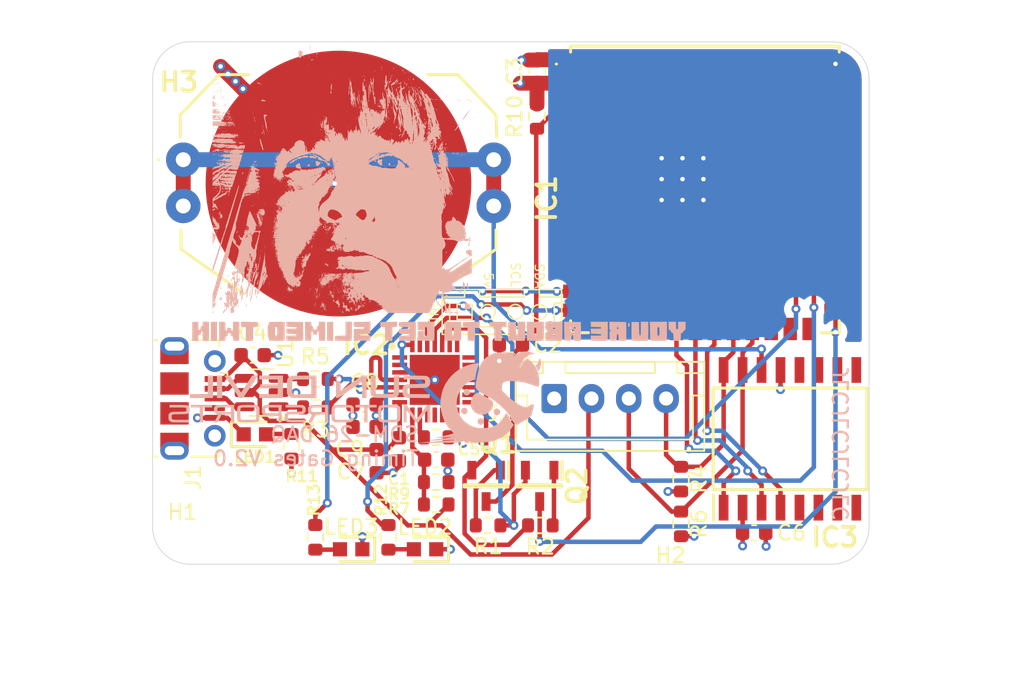
<source format=kicad_pcb>
(kicad_pcb (version 20241229) (generator "pcbnew") (generator_version "9.0")
  (layers (0 "F.Cu" signal) (4 "In1.Cu" signal) (6 "In2.Cu" signal) (2 "B.Cu" signal) (13 "F.Paste" user) (15 "B.Paste" user) (5 "F.SilkS" user "F.Silkscreen") (7 "B.SilkS" user "B.Silkscreen") (1 "F.Mask" user) (3 "B.Mask" user) (25 "Edge.Cuts" user))
  (net 0 "")
  (net 1 "VBUS")
  (net 2 "GND")
  (net 3 "+3.3V")
  (net 4 "/U0TXD")
  (net 5 "/32KHz")
  (net 6 "/U0RXD")
  (net 7 "/I2C1_SCL")
  (net 8 "/I2C1_SDA")
  (net 9 "/RST")
  (net 10 "/CHIP_PU")
  (net 11 "/INT")
  (net 12 "/PROG_D+")
  (net 13 "/PROG_D-")
  (net 14 "/RSTB")
  (net 24 "Net-(Q1-B)")
  (net 25 "/USB_D-")
  (net 26 "/USB_D+")
  (net 27 "Net-(Q2-B)")
  (net 28 "/BOOT")
  (net 29 "Net-(H3-+)")
  (net 30 "Net-(LED1-A)")
  (net 31 "Net-(LED2-A)")
  (net 32 "Net-(LED3-A)")
  (net 33 "/USER_LED1")
  (net 34 "/USER_LED2")
  (net 35 "Net-(IC2-VBUS)")
  (net 67 "Net-(IC2-RTS)")
  (net 73 "Net-(IC2-DTR)")
  (net 89 "Net-(R5-Pad2)")
  (net 90 "Net-(R3-Pad1)")
  (footprint "SDM_MiscFootprint:ESP32S3WROOM1UN8R8" (layer "F.Cu") (at 137 109.89)
    (property "Reference" "IC1")
    (property "Value" "ESP32-S3-WROOM-1U-N8R8" (hide yes))
  )
  (footprint "SDM_MiscFootprint:LEDC1608X80N" (layer "F.Cu") (at 113.3 134 180)
    (property "Reference" "LED3")
    (property "Value" "150060GS75000" (hide yes))
  )
  (footprint "Capacitor_SMD:C_0603_1608Metric" (layer "F.Cu") (at 116.5 127.3 90)
    (property "Reference" "C1")
    (property "Value" "10uF")
  )
  (footprint "Resistor_SMD:R_0603_1608Metric" (layer "F.Cu") (at 125.75 105 -90)
    (property "Reference" "R10")
    (property "Value" "10k")
  )
  (footprint "Resistor_SMD:R_0603_1608Metric" (layer "F.Cu") (at 115.8 133.2 -90)
    (property "Reference" "R12")
    (property "Value" "5.05")
  )
  (footprint "Capacitor_SMD:C_0603_1608Metric" (layer "F.Cu") (at 106.7 120.993839 180)
    (property "Reference" "C4")
    (property "Value" "1uF")
  )
  (footprint "Package_TO_SOT_SMD:SOT-23-6" (layer "F.Cu") (at 107.3 123.5 180)
    (property "Reference" "U1")
    (property "Value" "USBLC6-2SC6")
  )
  (footprint "Resistor_SMD:R_0603_1608Metric" (layer "F.Cu") (at 135.4 129.3 -90)
    (property "Reference" "R4")
    (property "Value" "10k")
  )
  (footprint "Capacitor_SMD:C_0603_1608Metric" (layer "F.Cu") (at 119 128)
    (property "Reference" "C5")
    (property "Value" "1uF")
  )
  (footprint "Capacitor_SMD:C_0603_1608Metric" (layer "F.Cu") (at 114.2 124.3 180)
    (property "Reference" "C8")
    (property "Value" "4.7uF")
  )
  (footprint "Resistor_SMD:R_0603_1608Metric" (layer "F.Cu") (at 119 131)
    (property "Reference" "R7")
    (property "Value" "22.1K")
  )
  (footprint "Connector_USB:USB_Micro-B_Molex-105017-0001" (layer "F.Cu") (at 102.7 123.893839 -90)
    (property "Reference" "J1")
    (property "Value" "ESP_USB")
  )
  (footprint "Resistor_SMD:R_0603_1608Metric" (layer "F.Cu") (at 110.9 124.493839)
    (property "Reference" "R3")
    (property "Value" "27")
  )
  (footprint "Resistor_SMD:R_0603_1608Metric" (layer "F.Cu") (at 122.475 132.4)
    (property "Reference" "R1")
    (property "Value" "10k")
  )
  (footprint "SDM_MiscFootprint:SOT96P237X111-3N" (layer "F.Cu") (at 122.34 129.75 -90)
    (property "Reference" "Q1")
    (property "Value" "MMBT2222LT1G" (hide yes))
  )
  (footprint "Capacitor_SMD:C_0603_1608Metric" (layer "F.Cu") (at 125.75 102 90)
    (property "Reference" "C3")
    (property "Value" "1uF")
  )
  (footprint "SDM_MiscFootprint:LEDC1608X80N" (layer "F.Cu") (at 118.25 134 180)
    (property "Reference" "LED2")
    (property "Value" "150060GS75000" (hide yes))
  )
  (footprint "Capacitor_SMD:C_0603_1608Metric" (layer "F.Cu") (at 114.2 125.8)
    (property "Reference" "C9")
    (property "Value" "10uF")
  )
  (footprint "Resistor_SMD:R_0603_1608Metric" (layer "F.Cu") (at 135.4 132.3 90)
    (property "Reference" "R6")
    (property "Value" "10k")
  )
  (footprint "MountingHole:MountingHole_3.2mm_M3" (layer "F.Cu") (at 106.4 131.5)
    (property "Reference" "H1")
    (property "Value" "M3")
  )
  (footprint "Resistor_SMD:R_0603_1608Metric" (layer "F.Cu") (at 119 129.5)
    (property "Reference" "R9")
    (property "Value" "47.5K")
  )
  (footprint "SDM_MiscFootprint:LEDC1608X80N" (layer "F.Cu") (at 106.85 126.3)
    (property "Reference" "LED1")
    (property "Value" "150060RS75000" (hide yes))
  )
  (footprint "Resistor_SMD:R_0603_1608Metric" (layer "F.Cu") (at 125.975 132.4 180)
    (property "Reference" "R2")
    (property "Value" "10k")
  )
  (footprint "Resistor_SMD:R_0603_1608Metric" (layer "F.Cu") (at 110.9 122.593839 180)
    (property "Reference" "R5")
    (property "Value" "27")
  )
  (footprint "SDM_MiscFootprint:SOIC127P1032X265-16L" (layer "F.Cu") (at 142.7 126.6 90)
    (property "Reference" "IC3")
    (property "Value" "DS3231SN#" (hide yes))
  )
  (footprint "Resistor_SMD:R_0603_1608Metric" (layer "F.Cu") (at 119 126.5)
    (property "Reference" "R8")
    (property "Value" "1k")
  )
  (footprint "Resistor_SMD:R_0603_1608Metric" (layer "F.Cu") (at 110.9 133.2 -90)
    (property "Reference" "R13")
    (property "Value" "5.05")
  )
  (footprint "Capacitor_SMD:C_0603_1608Metric" (layer "F.Cu") (at 115 128.1 -90)
    (property "Reference" "C7")
    (property "Value" "4.7uF")
  )
  (footprint "Connector_JST:JST_XH_B4B-XH-A_1x04_P2.50mm_Vertical" (layer "F.Cu") (at 126.9 123.9)
    (property "Reference" "J2")
    (property "Value" "Conn_01x04_Socket")
  )
  (footprint "Capacitor_SMD:C_0603_1608Metric" (layer "F.Cu") (at 140.3 132.9 180)
    (property "Reference" "C6")
    (property "Value" "1uF")
  )
  (footprint "SDM_MiscFootprint:SOT96P237X111-3N" (layer "F.Cu") (at 125.93 129.75 -90)
    (property "Reference" "Q2")
    (property "Value" "MMBT2222LT1G" (hide yes))
  )
  (footprint "Capacitor_SMD:C_0603_1608Metric" (layer "F.Cu") (at 124 120.3 180)
    (property "Reference" "C2")
    (property "Value" "1uF")
  )
  (footprint "SDM_MiscFootprint:QFN50P500X500X80-29N-D" (layer "F.Cu") (at 118.9 122.65)
    (property "Reference" "IC2")
    (property "Value" "CP2102N-A02-GQFN28" (hide yes))
  )
  (footprint "Resistor_SMD:R_0603_1608Metric" (layer "F.Cu") (at 109.3 127.1 90)
    (property "Reference" "R11")
    (property "Value" "68")
  )
  (footprint "SDM_MiscFootprint:BATHLD001THM" (layer "F.Cu") (at 102.05 107.9)
    (property "Reference" "H3")
    (property "Value" "BAT-HLD-001-THM" (hide yes))
  )
  (footprint "MountingHole:MountingHole_3.2mm_M3" (layer "F.Cu") (at 131.2 131.5)
    (property "Reference" "H2")
    (property "Value" "M3")
  )
  (footprint "LOGO" (layer "B.Cu") (at 119.2 119.4 180)
    (property "Reference" "G***" (hide yes))
    (property "Value" "LOGO" (hide yes))
  )
  (footprint "LOGO" (layer "B.Cu") (at 112.7 109.2 180)
    (property "Reference" "G***" (hide yes))
    (property "Value" "LOGO" (hide yes))
  )
  (footprint "LOGO" (layer "B.Cu") (at 113.5 123.8 180)
    (property "Reference" "G***" (hide yes))
    (property "Value" "LOGO" (hide yes))
  )
  (gr_circle (center 122.45 118.1) (end 122.45 118.6) (stroke (width 0.1)) (fill no) (layer "F.SilkS"))
  (gr_line (start 127.4 117.1) (end 125.9 117.1) (stroke (width 0.1)) (layer "F.SilkS"))
  (gr_line (start 119.9 119.1) (end 119.9 117.5) (stroke (width 0.1)) (layer "F.SilkS"))
  (gr_circle (center 124.3 118.1) (end 124.3 118.6) (stroke (width 0.1)) (fill no) (layer "F.SilkS"))
  (gr_line (start 126.9 117.5) (end 126.9 119.1) (stroke (width 0.1)) (layer "F.SilkS"))
  (gr_line (start 121.9 117.1) (end 124.9 117.1) (stroke (width 0.1)) (layer "F.SilkS"))
  (gr_line (start 124.9 116.6) (end 124.9 117.1) (stroke (width 0.1)) (layer "F.SilkS"))
  (gr_line (start 127.4 116.6) (end 127.4 119.6) (stroke (width 0.1)) (layer "F.SilkS"))
  (gr_line (start 119.4 117.1) (end 120.9 117.1) (stroke (width 0.1)) (layer "F.SilkS"))
  (gr_rect (start 120.4 117.6) (end 121.4 118.6) (stroke (width 0.1)) (fill no) (layer "F.SilkS"))
  (gr_line (start 120.9 117.1) (end 120.9 116.6) (stroke (width 0.1)) (layer "F.SilkS"))
  (gr_circle (center 125.9 118.1) (end 125.9 118.6) (stroke (width 0.1)) (fill no) (layer "F.SilkS"))
  (gr_line (start 120.4 119.1) (end 119.9 119.1) (stroke (width 0.1)) (layer "F.SilkS"))
  (gr_line (start 127.4 119.6) (end 119.4 119.6) (stroke (width 0.1)) (layer "F.SilkS"))
  (gr_line (start 125.9 117.1) (end 125.9 116.6) (stroke (width 0.1)) (layer "F.SilkS"))
  (gr_line (start 121.9 116.6) (end 121.9 117.1) (stroke (width 0.1)) (layer "F.SilkS"))
  (gr_line (start 126.9 119.1) (end 120.4 119.1) (stroke (width 0.1)) (layer "F.SilkS"))
  (gr_line (start 119.4 119.6) (end 119.4 116.6) (stroke (width 0.1)) (layer "F.SilkS"))
  (gr_line (start 127.4 117.5) (end 126.9 117.5) (stroke (width 0.1)) (layer "F.SilkS"))
  (gr_line (start 119.9 117.5) (end 119.4 117.5) (stroke (width 0.1)) (layer "F.SilkS"))
  (gr_line (start 119.4 116.6) (end 127.4 116.6) (stroke (width 0.1)) (layer "F.SilkS"))
  (gr_line (start 145.5 135) (end 102.5 135) (stroke (width 0.05)) (layer "Edge.Cuts"))
  (gr_arc (start 148 132.5) (mid 147.267767 134.267767) (end 145.5 135) (stroke (width 0.05)) (layer "Edge.Cuts"))
  (gr_line (start 100 132.5) (end 100 102.5) (stroke (width 0.05)) (layer "Edge.Cuts"))
  (gr_line (start 148 102.5) (end 148 132.5) (stroke (width 0.05)) (layer "Edge.Cuts"))
  (gr_arc (start 100 102.5) (mid 100.732233 100.732233) (end 102.5 100) (stroke (width 0.05)) (layer "Edge.Cuts"))
  (gr_line (start 102.5 100) (end 145.5 100) (stroke (width 0.05)) (layer "Edge.Cuts"))
  (gr_arc (start 145.5 100) (mid 147.267767 100.732233) (end 148 102.5) (stroke (width 0.05)) (layer "Edge.Cuts"))
  (gr_arc (start 102.5 135) (mid 100.732233 134.267767) (end 100 132.5) (stroke (width 0.05)) (layer "Edge.Cuts"))
  (gr_text "SCL" (at 124.3 115.6 270) (layer "F.SilkS") (effects (font (size 0.6 0.6) (thickness 0.08))))
  (gr_text "GND" (at 118.8 118.1 270) (layer "F.SilkS") (effects (font (size 0.6 0.6) (thickness 0.08))))
  (gr_text "5v" (at 122.5 115.4 270) (layer "F.SilkS") (effects (font (size 0.6 0.6) (thickness 0.08)) (justify left)))
  (gr_text "SDA" (at 125.9 114.8 270) (layer "F.SilkS") (effects (font (size 0.6 0.6) (thickness 0.08)) (justify left)))
  (gr_text "SDM-26 DAQ\nTiming Gates V2.0" (at 117.9 128.5 0) (layer "B.SilkS") (effects (font (size 1 1)) (justify left bottom mirror)))
  (gr_text "JLCJLCJLCJLC" (at 146.7 121.7 90) (layer "B.SilkS") (effects (font (size 1 1)) (justify left bottom mirror)))
  (segment (start 107.176 122.911678) (end 107.176 122.188322) (width 0.3) (layer "F.Cu") (net 1))
  (segment (start 115 127.325) (end 115.7 127.325) (width 0.3) (layer "F.Cu") (net 1))
  (segment (start 105.925 121.412322) (end 104.743483 122.593839) (width 0.3) (layer "F.Cu") (net 1))
  (segment (start 105.981517 120.993839) (end 105.925 120.993839) (width 0.3) (layer "F.Cu") (net 1))
  (segment (start 118.425 132.4) (end 117.1 132.4) (width 0.3) (layer "F.Cu") (net 1))
  (segment (start 107.176 123.851001) (end 107.176 124.811678) (width 0.3) (layer "F.Cu") (net 1))
  (segment (start 119.351 132.4) (end 121.3 134.349) (width 0.3) (layer "F.Cu") (net 1))
  (segment (start 106.824999 123.5) (end 107.176 123.851001) (width 0.3) (layer "F.Cu") (net 1))
  (segment (start 107.176 122.188322) (end 105.981517 120.993839) (width 0.3) (layer "F.Cu") (net 1))
  (segment (start 106.1625 123.5) (end 106.824999 123.5) (width 0.3) (layer "F.Cu") (net 1))
  (segment (start 105.925 121.093839) (end 105.987678 121.093839) (width 0.3) (layer "F.Cu") (net 1))
  (segment (start 118.425 132.4) (end 119.351 132.4) (width 0.3) (layer "F.Cu") (net 1))
  (segment (start 107.176 124.811678) (end 107.764322 125.4) (width 0.3) (layer "F.Cu") (net 1))
  (segment (start 106.1625 123.5) (end 106.587678 123.5) (width 0.3) (layer "F.Cu") (net 1))
  (segment (start 104.743483 122.593839) (end 104.1625 122.593839) (width 0.3) (layer "F.Cu") (net 1))
  (segment (start 105.925 121.093839) (end 105.925 121.306339) (width 0.3) (layer "F.Cu") (net 1))
  (segment (start 112.025 127.325) (end 115 127.325) (width 0.3) (layer "F.Cu") (net 1))
  (segment (start 112.025 127.325) (end 117.1 132.4) (width 0.3) (layer "F.Cu") (net 1))
  (segment (start 126.751 134.349) (end 129.199 131.901) (width 0.3) (layer "F.Cu") (net 1))
  (segment (start 105.925 120.993839) (end 105.925 121.412322) (width 0.3) (layer "F.Cu") (net 1))
  (segment (start 121.3 134.349) (end 126.751 134.349) (width 0.3) (layer "F.Cu") (net 1))
  (segment (start 129.199 124.101) (end 129.4 123.9) (width 0.3) (layer "F.Cu") (net 1))
  (segment (start 116.55 124.15) (end 116.55 126.475) (width 0.3) (layer "F.Cu") (net 1))
  (segment (start 119.825 131) (end 118.425 132.4) (width 0.3) (layer "F.Cu") (net 1))
  (segment (start 115.7 127.325) (end 116.5 126.525) (width 0.3) (layer "F.Cu") (net 1))
  (segment (start 106.587678 123.5) (end 107.176 122.911678) (width 0.3) (layer "F.Cu") (net 1))
  (segment (start 107.764322 125.4) (end 110.1 125.4) (width 0.3) (layer "F.Cu") (net 1))
  (segment (start 110.1 125.4) (end 112.025 127.325) (width 0.3) (layer "F.Cu") (net 1))
  (segment (start 116.55 126.475) (end 116.6 126.525) (width 0.3) (layer "F.Cu") (net 1))
  (segment (start 129.199 131.901) (end 129.199 124.101) (width 0.3) (layer "F.Cu") (net 1))
  (segment (start 134.1 109.2) (end 134.1 107.8) (width 1) (layer "F.Cu") (net 2))
  (segment (start 106.05 103.15) (end 105.55 102.65) (width 1) (layer "F.Cu") (net 2))
  (segment (start 125.75 101.225) (end 125.2 101.225) (width 1) (layer "F.Cu") (net 2))
  (segment (start 125.775 101.2) (end 127.97 101.2) (width 1) (layer "F.Cu") (net 2))
  (segment (start 114.05 134) (end 114.05 133.15) (width 0.3) (layer "F.Cu") (net 2))
  (segment (start 113.425 125.05) (end 113.425 124.3) (width 0.2) (layer "F.Cu") (net 2))
  (segment (start 134.1 109.2) (end 135.5 109.2) (width 1) (layer "F.Cu") (net 2))
  (segment (start 134.1 107.8) (end 135.5 107.8) (width 1) (layer "F.Cu") (net 2))
  (segment (start 105.55 102.65) (end 105.05 102.15) (width 1) (layer "F.Cu") (net 2))
  (segment (start 127.97 101.2) (end 128.25 101.48) (width 1) (layer "F.Cu") (net 2))
  (segment (start 116.55 122.15) (end 118.4 122.15) (width 0.3) (layer "F.Cu") (net 2))
  (segment (start 116.5 128.475) (end 116.1 128.875) (width 0.3) (layer "F.Cu") (net 2))
  (segment (start 108.4375 123.5) (end 109.579668 123.5) (width 0.3) (layer "F.Cu") (net 2))
  (segment (start 104.1625 125.193839) (end 104.993839 125.193839) (width 0.3) (layer "F.Cu") (net 2))
  (segment (start 141.075 132.9) (end 141.075 133.775) (width 0.3) (layer "F.Cu") (net 2))
  (segment (start 136.9 110.6) (end 135.5 110.6) (width 1) (layer "F.Cu") (net 2))
  (segment (start 106.05 103.15) (end 112.4 109.5) (width 1) (layer "F.Cu") (net 2))
  (segment (start 141.075 133.775) (end 141.1 133.8) (width 0.3) (layer "F.Cu") (net 2))
  (segment (start 135.5 107.8) (end 136.9 107.8) (width 1) (layer "F.Cu") (net 2))
  (segment (start 104.993839 125.193839) (end 106.1 126.3) (width 0.3) (layer "F.Cu") (net 2))
  (segment (start 104.1625 125.193839) (end 103.006161 125.193839) (width 0.3) (layer "F.Cu") (net 2))
  (segment (start 103.006161 125.193839) (end 103 125.2) (width 0.3) (layer "F.Cu") (net 2))
  (segment (start 104.55 101.65) (end 105.05 102.15) (width 1) (layer "F.Cu") (net 2))
  (segment (start 109.579668 123.5) (end 109.59374 123.514072) (width 0.3) (layer "F.Cu") (net 2))
  (segment (start 118.4 122.15) (end 118.9 122.65) (width 0.3) (layer "F.Cu") (net 2))
  (segment (start 135.5 109.2) (end 135.5 110.6) (width 1) (layer "F.Cu") (net 2))
  (segment (start 107.475 120.993839) (end 108.393839 120.993839) (width 0.3) (layer "F.Cu") (net 2))
  (segment (start 135.5 109.2) (end 135.5 107.8) (width 1) (layer "F.Cu") (net 2))
  (segment (start 119.775 128.7) (end 119.775 129.45) (width 0.3) (layer "F.Cu") (net 2))
  (segment (start 112.4 109.5) (end 112.45 109.5) (width 1) (layer "F.Cu") (net 2))
  (segment (start 116.5 128.075) (end 116.5 128.475) (width 0.3) (layer "F.Cu") (net 2))
  (segment (start 136.9 107.8) (end 136.9 109.2) (width 1) (layer "F.Cu") (net 2))
  (segment (start 125.75 101.225) (end 125.775 101.2) (width 1) (layer "F.Cu") (net 2))
  (segment (start 123.225 120.3) (end 123.225 121.375) (width 0.3) (layer "F.Cu") (net 2))
  (segment (start 136.9 109.2) (end 136.9 110.6) (width 1) (layer "F.Cu") (net 2))
  (segment (start 116.1 128.875) (end 115 128.875) (width 0.3) (layer "F.Cu") (net 2))
  (segment (start 135.5 110.6) (end 134.1 110.6) (width 1) (layer "F.Cu") (net 2))
  (segment (start 108.393839 120.993839) (end 108.4 121) (width 0.3) (layer "F.Cu") (net 2))
  (segment (start 119 134) (end 119.95 134) (width 0.3) (layer "F.Cu") (net 2))
  (segment (start 119.775 129.45) (end 119.825 129.5) (width 0.3) (layer "F.Cu") (net 2))
  (segment (start 119.775 128) (end 119.775 128.7) (width 0.3) (layer "F.Cu") (net 2))
  (segment (start 113.425 125.8) (end 113.425 125.05) (width 0.2) (layer "F.Cu") (net 2))
  (segment (start 134.1 110.6) (end 134.1 109.2) (width 1) (layer "F.Cu") (net 2))
  (segment (start 142.065 121.988) (end 142.065 123.3) (width 0.3) (layer "F.Cu") (net 2))
  (segment (start 135.5 109.2) (end 136.9 109.2) (width 1) (layer "F.Cu") (net 2))
  (via (at 116.1 128.875) (size 0.6) (drill 0.3) (layers "F.Cu" "B.Cu") (net 2))
  (via (at 106.05 103.15) (size 0.6) (drill 0.3) (layers "F.Cu" "B.Cu") (net 2))
  (via (at 134.1 109.2) (size 0.6) (drill 0.3) (layers "F.Cu" "B.Cu") (net 2))
  (via (at 112.2 109.5) (size 0.6) (drill 0.3) (layers "F.Cu" "B.Cu") (net 2))
  (via (at 145.75 101.48) (size 0.6) (drill 0.3) (layers "F.Cu" "B.Cu") (net 2))
  (via (at 103 125.2) (size 0.6) (drill 0.3) (layers "F.Cu" "B.Cu") (net 2))
  (via (at 134.1 110.6) (size 0.6) (drill 0.3) (layers "F.Cu" "B.Cu") (net 2))
  (via (at 135.5 110.6) (size 0.6) (drill 0.3) (layers "F.Cu" "B.Cu") (net 2))
  (via (at 134.1 107.8) (size 0.6) (drill 0.3) (layers "F.Cu" "B.Cu") (net 2))
  (via (at 142.065 123.3) (size 0.6) (drill 0.3) (layers "F.Cu" "B.Cu") (net 2))
  (via (at 114.05 133.15) (size 0.6) (drill 0.3) (layers "F.Cu" "B.Cu") (net 2))
  (via (at 119.775 128.75) (size 0.6) (drill 0.3) (layers "F.Cu" "B.Cu") (net 2))
  (via (at 136.9 109.2) (size 0.6) (drill 0.3) (layers "F.Cu" "B.Cu") (net 2))
  (via (at 105.05 102.15) (size 0.6) (drill 0.3) (layers "F.Cu" "B.Cu") (net 2))
  (via (at 135.5 109.2) (size 0.6) (drill 0.3) (layers "F.Cu" "B.Cu") (net 2))
  (via (at 108.4 121) (size 0.6) (drill 0.3) (layers "F.Cu" "B.Cu") (net 2))
  (via (at 105.55 102.65) (size 0.6) (drill 0.3) (layers "F.Cu" "B.Cu") (net 2))
  (via (at 135.5 107.8) (size 0.6) (drill 0.3) (layers "F.Cu" "B.Cu") (net 2))
  (via (at 104.55 101.65) (size 0.6) (drill 0.3) (layers "F.Cu" "B.Cu") (net 2))
  (via (at 123.225 121.375) (size 0.6) (drill 0.3) (layers "F.Cu" "B.Cu") (net 2))
  (via (at 119.95 134) (size 0.6) (drill 0.3) (layers "F.Cu" "B.Cu") (net 2))
  (via (at 136.9 110.6) (size 0.6) (drill 0.3) (layers "F.Cu" "B.Cu") (net 2))
  (via (at 136.9 107.8) (size 0.6) (drill 0.3) (layers "F.Cu" "B.Cu") (net 2))
  (via (at 118.9 122.65) (size 0.6) (drill 0.3) (layers "F.Cu" "B.Cu") (net 2))
  (via (at 124.725 101.225) (size 0.6) (drill 0.3) (layers "F.Cu" "B.Cu") (net 2))
  (via (at 113.425 125.05) (size 0.6) (drill 0.3) (layers "F.Cu" "B.Cu") (net 2))
  (via (at 109.59374 123.514072) (size 0.6) (drill 0.3) (layers "F.Cu" "B.Cu") (net 2))
  (via (at 141.1 133.8) (size 0.6) (drill 0.3) (layers "F.Cu" "B.Cu") (net 2))
  (segment (start 125.75 102.775) (end 124.625 102.775) (width 1) (layer "F.Cu") (net 3))
  (segment (start 139.525 132.9) (end 139.525 133.775) (width 0.3) (layer "F.Cu") (net 3))
  (segment (start 135.4 130.125) (end 134.525 130.125) (width 0.3) (layer "F.Cu") (net 3))
  (segment (start 114.975 125.8) (end 114.975 125.1) (width 0.2) (layer "F.Cu") (net 3))
  (segment (start 109.3 127.925) (end 109.3 128.9) (width 0.3) (layer "F.Cu") (net 3))
  (segment (start 139.525 131.212) (end 139.525 132.9) (width 0.3) (layer "F.Cu") (net 3))
  (segment (start 114.975 125.1) (end 114.975 124.3) (width 0.2) (layer "F.Cu") (net 3))
  (segment (start 114.975 125.8) (end 114.975 125.825) (width 0.2) (layer "F.Cu") (net 3))
  (segment (start 115.625 123.65) (end 114.975 124.3) (width 0.3) (layer "F.Cu") (net 3))
  (segment (start 120.4 126.5) (end 120.8 126.9) (width 0.3) (layer "F.Cu") (net 3))
  (segment (start 116.55 123.65) (end 115.625 123.65) (width 0.3) (layer "F.Cu") (net 3))
  (segment (start 125.75 102.775) (end 125.75 104.175) (width 1) (layer "F.Cu") (net 3))
  (segment (start 135.4 133.125) (end 136.275 133.125) (width 0.3) (layer "F.Cu") (net 3))
  (segment (start 119.825 126.5) (end 120.4 126.5) (width 0.3) (layer "F.Cu") (net 3))
  (segment (start 125.75 102.775) (end 128.225 102.775) (width 1) (layer "F.Cu") (net 3))
  (segment (start 128.225 102.775) (end 128.25 102.75) (width 1) (layer "F.Cu") (net 3))
  (via (at 139.525 133.775) (size 0.6) (drill 0.3) (layers "F.Cu" "B.Cu") (net 3))
  (via (at 134.525 130.125) (size 0.6) (drill 0.3) (layers "F.Cu" "B.Cu") (net 3))
  (via (at 136.275 133.125) (size 0.6) (drill 0.3) (layers "F.Cu" "B.Cu") (net 3))
  (via (at 120.8 126.9) (size 0.6) (drill 0.3) (layers "F.Cu" "B.Cu") (net 3))
  (via (at 114.975 125.05) (size 0.6) (drill 0.3) (layers "F.Cu" "B.Cu") (net 3))
  (via (at 109.3 128.9) (size 0.6) (drill 0.3) (layers "F.Cu" "B.Cu") (net 3))
  (via (at 124.625 102.775) (size 0.6) (drill 0.3) (layers "F.Cu" "B.Cu") (net 3))
  (segment (start 143.1 106.89) (end 144.7 105.29) (width 0.3) (layer "F.Cu") (net 4))
  (segment (start 143.1 117.9) (end 143.1 106.89) (width 0.3) (layer "F.Cu") (net 4))
  (segment (start 118.9 120.3) (end 118.9 119.3) (width 0.3) (layer "F.Cu") (net 4))
  (segment (start 144.7 105.29) (end 145.75 105.29) (width 0.3) (layer "F.Cu") (net 4))
  (segment (start 119.7 118.5) (end 122.37 118.5) (width 0.3) (layer "F.Cu") (net 4))
  (segment (start 118.9 119.3) (end 119.7 118.5) (width 0.3) (layer "F.Cu") (net 4))
  (via (at 143.1 117.9) (size 0.6) (drill 0.3) (layers "F.Cu" "B.Cu") (net 4))
  (via (at 122.37 118.5) (size 0.6) (drill 0.3) (layers "F.Cu" "B.Cu") (net 4))
  (segment (start 124.1 120.23) (end 122.37 118.5) (width 0.3) (layer "B.Cu") (net 4))
  (segment (start 143.1 117.9) (end 143.1 119.189998) (width 0.3) (layer "B.Cu") (net 4))
  (segment (start 124.1 124.2) (end 124.1 120.23) (width 0.3) (layer "B.Cu") (net 4))
  (segment (start 143.1 119.189998) (end 135.689998 126.6) (width 0.3) (layer "B.Cu") (net 4))
  (segment (start 126.5 126.6) (end 124.1 124.2) (width 0.3) (layer "B.Cu") (net 4))
  (segment (start 135.689998 126.6) (end 126.5 126.6) (width 0.3) (layer "B.Cu") (net 4))
  (segment (start 138.255 129.564238) (end 139.069238 128.75) (width 0.3) (layer "F.Cu") (net 5))
  (segment (start 135.095 120.995) (end 135.095 119.24) (width 0.3) (layer "F.Cu") (net 5))
  (segment (start 135.930859 127.230859) (end 135.8 127.1) (width 0.3) (layer "F.Cu") (net 5))
  (segment (start 135.8 127.1) (end 135.8 121.7) (width 0.3) (layer "F.Cu") (net 5))
  (segment (start 135.8 121.7) (end 135.095 120.995) (width 0.3) (layer "F.Cu") (net 5))
  (segment (start 138.255 131.212) (end 138.255 129.564238) (width 0.3) (layer "F.Cu") (net 5))
  (segment (start 135.930859 127.268821) (end 135.930859 127.230859) (width 0.3) (layer "F.Cu") (net 5))
  (via (at 135.930859 127.268821) (size 0.6) (drill 0.3) (layers "F.Cu" "B.Cu") (net 5))
  (via (at 139.069238 128.75) (size 0.6) (drill 0.3) (layers "F.Cu" "B.Cu") (net 5))
  (segment (start 136.062038 127.4) (end 137.7 127.4) (width 0.3) (layer "B.Cu") (net 5))
  (segment (start 135.930859 127.268821) (end 136.062038 127.4) (width 0.3) (layer "B.Cu") (net 5))
  (segment (start 137.7 127.4) (end 139.05 128.75) (width 0.3) (layer "B.Cu") (net 5))
  (segment (start 139.05 128.75) (end 139.069238 128.75) (width 0.3) (layer "B.Cu") (net 5))
  (segment (start 119.700003 117.699997) (end 118.4 119) (width 0.3) (layer "F.Cu") (net 6))
  (segment (start 145.118 106.56) (end 145.75 106.56) (width 0.3) (layer "F.Cu") (net 6))
  (segment (start 144.3 117.8) (end 144.3 107.378) (width 0.3) (layer "F.Cu") (net 6))
  (segment (start 120.8 117.699997) (end 119.700003 117.699997) (width 0.3) (layer "F.Cu") (net 6))
  (segment (start 118.4 119) (end 118.4 120.3) (width 0.3) (layer "F.Cu") (net 6))
  (segment (start 144.3 107.378) (end 145.118 106.56) (width 0.3) (layer "F.Cu") (net 6))
  (via (at 144.3 117.8) (size 0.6) (drill 0.3) (layers "F.Cu" "B.Cu") (net 6))
  (via (at 120.8 117.699997) (size 0.6) (drill 0.3) (layers "F.Cu" "B.Cu") (net 6))
  (segment (start 124.7 127.4) (end 130.129841 127.4) (width 0.3) (layer "B.Cu") (net 6))
  (segment (start 120.8 117.699997) (end 120.999997 117.699997) (width 0.3) (layer "B.Cu") (net 6))
  (segment (start 121.719 118.419) (end 121.719 124.419) (width 0.3) (layer "B.Cu") (net 6))
  (segment (start 121.719 124.419) (end 124.7 127.4) (width 0.3) (layer "B.Cu") (net 6))
  (segment (start 132.129841 129.4) (end 143.4 129.4) (width 0.3) (layer "B.Cu") (net 6))
  (segment (start 144.3 128.5) (end 144.3 117.8) (width 0.3) (layer "B.Cu") (net 6))
  (segment (start 130.129841 127.4) (end 132.129841 129.4) (width 0.3) (layer "B.Cu") (net 6))
  (segment (start 120.999997 117.699997) (end 121.719 118.419) (width 0.3) (layer "B.Cu") (net 6))
  (segment (start 143.4 129.4) (end 144.3 128.5) (width 0.3) (layer "B.Cu") (net 6))
  (segment (start 139.525 121.988) (end 139.525 120.8255) (width 0.3) (layer "F.Cu") (net 7))
  (segment (start 139.525 120.8255) (end 140.175 120.1755) (width 0.3) (layer "F.Cu") (net 7))
  (segment (start 135.4 131.475) (end 134.775 131.475) (width 0.3) (layer "F.Cu") (net 7))
  (segment (start 134.775 131.475) (end 131.9 128.6) (width 0.3) (layer "F.Cu") (net 7))
  (segment (start 131.9 128.6) (end 131.9 123.9) (width 0.3) (layer "F.Cu") (net 7))
  (segment (start 140.175 120.1755) (end 140.175 119.24) (width 0.3) (layer "F.Cu") (net 7))
  (segment (start 135.425 131.475) (end 139.525 127.375) (width 0.3) (layer "F.Cu") (net 7))
  (segment (start 139.525 127.375) (end 139.525 121.988) (width 0.3) (layer "F.Cu") (net 7))
  (segment (start 135.4 131.475) (end 135.425 131.475) (width 0.3) (layer "F.Cu") (net 7))
  (segment (start 138.905 120.8005) (end 138.905 119.24) (width 0.3) (layer "F.Cu") (net 8))
  (segment (start 135.4 128.475) (end 135.2 128.475) (width 0.3) (layer "F.Cu") (net 8))
  (segment (start 135.2 128.475) (end 134.4 127.675) (width 0.3) (layer "F.Cu") (net 8))
  (segment (start 138.255 126.945) (end 138.255 121.988) (width 0.3) (layer "F.Cu") (net 8))
  (segment (start 138.255 121.4505) (end 138.905 120.8005) (width 0.3) (layer "F.Cu") (net 8))
  (segment (start 136.725 128.475) (end 138.255 126.945) (width 0.3) (layer "F.Cu") (net 8))
  (segment (start 134.4 123.9) (end 134.4 127.675) (width 0.3) (layer "F.Cu") (net 8))
  (segment (start 135.4 128.475) (end 136.725 128.475) (width 0.3) (layer "F.Cu") (net 8))
  (segment (start 138.255 121.988) (end 138.255 121.4505) (width 0.3) (layer "F.Cu") (net 8))
  (segment (start 142.065 131.212) (end 142.065 129.945759) (width 0.3) (layer "F.Cu") (net 9))
  (segment (start 142.065 129.945759) (end 140.869241 128.75) (width 0.3) (layer "F.Cu") (net 9))
  (segment (start 137.151303 126.057934) (end 137.151303 120.773697) (width 0.3) (layer "F.Cu") (net 9))
  (segment (start 137.635 120.29) (end 137.635 119.24) (width 0.3) (layer "F.Cu") (net 9))
  (segment (start 137.151303 120.773697) (end 137.635 120.29) (width 0.3) (layer "F.Cu") (net 9))
  (via (at 140.869241 128.75) (size 0.6) (drill 0.3) (layers "F.Cu" "B.Cu") (net 9))
  (via (at 137.151303 126.057934) (size 0.6) (drill 0.3) (layers "F.Cu" "B.Cu") (net 9))
  (segment (start 138.177175 126.057934) (end 137.151303 126.057934) (width 0.3) (layer "B.Cu") (net 9))
  (segment (start 140.869241 128.75) (end 138.177175 126.057934) (width 0.3) (layer "B.Cu") (net 9))
  (segment (start 123 130.8) (end 123.699 130.101) (width 0.3) (layer "F.Cu") (net 10))
  (segment (start 124.1 129.69148) (end 124.1 120.975) (width 0.3) (layer "F.Cu") (net 10))
  (segment (start 124.1 120.975) (end 124.775 120.3) (width 0.3) (layer "F.Cu") (net 10))
  (segment (start 122.34 130.8) (end 122.401 130.861) (width 0.3) (layer "F.Cu") (net 10))
  (segment (start 127.555 104.02) (end 128.25 104.02) (width 0.3) (layer "F.Cu") (net 10))
  (segment (start 123.699 130.101) (end 123.699 130.092479) (width 0.3) (layer "F.Cu") (net 10))
  (segment (start 125.7 119.375) (end 125.7 105.875) (width 0.3) (layer "F.Cu") (net 10))
  (segment (start 124.775 120.3) (end 125.7 119.375) (width 0.3) (layer "F.Cu") (net 10))
  (segment (start 123.699 130.092479) (end 124.1 129.69148) (width 0.3) (layer "F.Cu") (net 10))
  (segment (start 125.7 105.875) (end 125.75 105.825) (width 0.3) (layer "F.Cu") (net 10))
  (segment (start 122.34 130.8) (end 123 130.8) (width 0.3) (layer "F.Cu") (net 10))
  (segment (start 125.75 105.825) (end 127.555 104.02) (width 0.3) (layer "F.Cu") (net 10))
  (segment (start 136.365 126.571628) (end 136.365 119.24) (width 0.3) (layer "F.Cu") (net 11))
  (segment (start 136.501305 126.707933) (end 136.365 126.571628) (width 0.3) (layer "F.Cu") (net 11))
  (segment (start 140.795 131.212) (end 140.795 129.675759) (width 0.3) (layer "F.Cu") (net 11))
  (segment (start 140.795 129.675759) (end 139.869241 128.75) (width 0.3) (layer "F.Cu") (net 11))
  (via (at 136.501305 126.707933) (size 0.6) (drill 0.3) (layers "F.Cu" "B.Cu") (net 11))
  (via (at 139.869241 128.75) (size 0.6) (drill 0.3) (layers "F.Cu" "B.Cu") (net 11))
  (segment (start 139.869241 128.75) (end 139.869241 128.569241) (width 0.3) (layer "B.Cu") (net 11))
  (segment (start 139.869241 128.569241) (end 138.007933 126.707933) (width 0.3) (layer "B.Cu") (net 11))
  (segment (start 138.007933 126.707933) (end 136.501305 126.707933) (width 0.3) (layer "B.Cu") (net 11))
  (segment (start 112.647034 123.571805) (end 111.725 124.493839) (width 0.3) (layer "F.Cu") (net 12))
  (segment (start 112.649599 123.569238) (end 112.647034 123.571805) (width 0.3) (layer "F.Cu") (net 12))
  (segment (start 113.568839 122.65) (end 112.649599 123.569238) (width 0.3) (layer "F.Cu") (net 12))
  (segment (start 114.410912 122.65) (end 114.290912 122.65) (width 0.3) (layer "F.Cu") (net 12))
  (segment (start 115.250912 122.41) (end 115.250912 121.39) (width 0.3) (layer "F.Cu") (net 12))
  (segment (start 115.010912 121.15) (end 114.890912 121.15) (width 0.3) (layer "F.Cu") (net 12))
  (segment (start 116.55 122.65) (end 115.490912 122.65) (width 0.3) (layer "F.Cu") (net 12))
  (segment (start 114.650912 121.39) (end 114.650912 122.41) (width 0.3) (layer "F.Cu") (net 12))
  (segment (start 114.290912 122.65) (end 113.568839 122.65) (width 0.3) (layer "F.Cu") (net 12))
  (arc (start 114.890912 121.15) (mid 114.721206 121.220294) (end 114.650912 121.39) (width 0.3) (layer "F.Cu") (net 12))
  (arc (start 115.490912 122.65) (mid 115.321206 122.579706) (end 115.250912 122.41) (width 0.3) (layer "F.Cu") (net 12))
  (arc (start 114.650912 122.41) (mid 114.580618 122.579706) (end 114.410912 122.65) (width 0.3) (layer "F.Cu") (net 12))
  (arc (start 115.250912 121.39) (mid 115.180618 121.220294) (end 115.010912 121.15) (width 0.3) (layer "F.Cu") (net 12))
  (segment (start 111.725 122.593839) (end 112.493839 122.593839) (width 0.3) (layer "F.Cu") (net 13))
  (segment (start 112.493839 122.593839) (end 112.5 122.6) (width 0.3) (layer "F.Cu") (net 13))
  (segment (start 116.55 123.15) (end 114.069039 123.15) (width 0.3) (layer "F.Cu") (net 13))
  (segment (start 114.069039 123.15) (end 113.919039 123.3) (width 0.3) (layer "F.Cu") (net 13))
  (via (at 112.5 122.6) (size 0.6) (drill 0.3) (layers "F.Cu" "B.Cu") (net 13))
  (via (at 113.919039 123.3) (size 0.6) (drill 0.3) (layers "F.Cu" "B.Cu") (net 13))
  (segment (start 113.219039 122.6) (end 113.919039 123.3) (width 0.3) (layer "B.Cu") (net 13))
  (segment (start 112.5 122.6) (end 113.219039 122.6) (width 0.3) (layer "B.Cu") (net 13))
  (segment (start 117.9 126.225) (end 118.175 126.5) (width 0.3) (layer "F.Cu") (net 14))
  (segment (start 117.9 125) (end 117.9 126.225) (width 0.3) (layer "F.Cu") (net 14))
  (segment (start 123.295 128.7) (end 122.9 128.7) (width 0.3) (layer "F.Cu") (net 24))
  (segment (start 122.9 128.7) (end 121.65 129.95) (width 0.3) (layer "F.Cu") (net 24))
  (segment (start 121.65 129.95) (end 121.65 132.4) (width 0.3) (layer "F.Cu") (net 24))
  (segment (start 105.043483 123.243839) (end 105.737322 122.55) (width 0.3) (layer "F.Cu") (net 25))
  (segment (start 105.737322 122.65) (end 106.1625 122.65) (width 0.3) (layer "F.Cu") (net 25))
  (segment (start 104.1625 123.243839) (end 105.043483 123.243839) (width 0.3) (layer "F.Cu") (net 25))
  (segment (start 105.737322 122.55) (end 106.1625 122.55) (width 0.3) (layer "F.Cu") (net 25))
  (segment (start 104.893839 123.893839) (end 105.45 124.45) (width 0.3) (layer "F.Cu") (net 26))
  (segment (start 105.45 124.45) (end 106.1625 124.45) (width 0.3) (layer "F.Cu") (net 26))
  (segment (start 104.1625 123.893839) (end 104.893839 123.893839) (width 0.3) (layer "F.Cu") (net 26))
  (segment (start 126.885 128.7) (end 126.885 132.315) (width 0.3) (layer "F.Cu") (net 27))
  (segment (start 126.885 132.315) (end 126.8 132.4) (width 0.3) (layer "F.Cu") (net 27))
  (segment (start 145.75 117.99) (end 145.75 119.45) (width 0.3) (layer "F.Cu") (net 28))
  (segment (start 125.93 130.8) (end 125.93 133.47) (width 0.3) (layer "F.Cu") (net 28))
  (via (at 125.93 133.47) (size 0.6) (drill 0.3) (layers "F.Cu" "B.Cu") (net 28))
  (via (at 145.75 119.45) (size 0.6) (drill 0.3) (layers "F.Cu" "B.Cu") (net 28))
  (segment (start 145.75 119.45) (end 145.75 130.15) (width 0.3) (layer "B.Cu") (net 28))
  (segment (start 125.961 133.501) (end 125.93 133.47) (width 0.3) (layer "B.Cu") (net 28))
  (segment (start 145.75 130.15) (end 143.426 132.474) (width 0.3) (layer "B.Cu") (net 28))
  (segment (start 133.726 132.474) (end 132.699 133.501) (width 0.3) (layer "B.Cu") (net 28))
  (segment (start 132.699 133.501) (end 125.961 133.501) (width 0.3) (layer "B.Cu") (net 28))
  (segment (start 143.426 132.474) (end 133.726 132.474) (width 0.3) (layer "B.Cu") (net 28))
  (segment (start 140.795 121.988) (end 140.795 120.595) (width 0.3) (layer "F.Cu") (net 29))
  (segment (start 102.05 107.9) (end 102.05 111) (width 1) (layer "F.Cu") (net 29))
  (segment (start 140.795 120.595) (end 140.785379 120.585379) (width 0.3) (layer "F.Cu") (net 29))
  (segment (start 122.85 111) (end 122.85 107.9) (width 1) (layer "F.Cu") (net 29))
  (via (at 140.785379 120.585379) (size 0.6) (drill 0.3) (layers "F.Cu" "B.Cu") (net 29))
  (segment (start 126 120.6) (end 122.85 117.45) (width 0.3) (layer "B.Cu") (net 29))
  (segment (start 140.770758 120.6) (end 126 120.6) (width 0.3) (layer "B.Cu") (net 29))
  (segment (start 102.05 107.9) (end 122.85 107.9) (width 1) (layer "B.Cu") (net 29))
  (segment (start 140.785379 120.585379) (end 140.770758 120.6) (width 0.3) (layer "B.Cu") (net 29))
  (segment (start 122.85 117.45) (end 122.85 111.2) (width 0.3) (layer "B.Cu") (net 29))
  (segment (start 109.3 126.275) (end 107.625 126.275) (width 0.3) (layer "F.Cu") (net 30))
  (segment (start 107.625 126.275) (end 107.6 126.3) (width 0.3) (layer "F.Cu") (net 30))
  (segment (start 115.825 134) (end 115.8 134.025) (width 0.3) (layer "F.Cu") (net 31))
  (segment (start 117.5 134) (end 115.825 134) (width 0.3) (layer "F.Cu") (net 31))
  (segment (start 112.525 134.025) (end 112.55 134) (width 0.3) (layer "F.Cu") (net 32))
  (segment (start 110.9 134.025) (end 112.525 134.025) (width 0.3) (layer "F.Cu") (net 32))
  (segment (start 127.01 117.99) (end 127 118) (width 0.3) (layer "F.Cu") (net 33))
  (segment (start 114.4 130.8) (end 114.4 131.4) (width 0.3) (layer "F.Cu") (net 33))
  (segment (start 128.25 117.99) (end 127.01 117.99) (width 0.3) (layer "F.Cu") (net 33))
  (segment (start 125.05 118) (end 124.65 117.6) (width 0.3) (layer "F.Cu") (net 33))
  (segment (start 124.65 117.6) (end 122 117.6) (width 0.3) (layer "F.Cu") (net 33))
  (segment (start 115.375 132.375) (end 115.8 132.375) (width 0.3) (layer "F.Cu") (net 33))
  (segment (start 114.4 131.4) (end 115.375 132.375) (width 0.3) (layer "F.Cu") (net 33))
  (via (at 122 117.6) (size 0.6) (drill 0.3) (layers "F.Cu" "B.Cu") (net 33))
  (via (at 114.4 130.8) (size 0.6) (drill 0.3) (layers "F.Cu" "B.Cu") (net 33))
  (via (at 125.05 118) (size 0.6) (drill 0.3) (layers "F.Cu" "B.Cu") (net 33))
  (via (at 127 118) (size 0.6) (drill 0.3) (layers "F.Cu" "B.Cu") (net 33))
  (segment (start 121.448997 117.048997) (end 122 117.6) (width 0.3) (layer "B.Cu") (net 33))
  (segment (start 114.4 129.654346) (end 115.626 128.428346) (width 0.3) (layer "B.Cu") (net 33))
  (segment (start 114.4 130.8) (end 114.4 129.654346) (width 0.3) (layer "B.Cu") (net 33))
  (segment (start 127 118) (end 125.05 118) (width 0.3) (layer "B.Cu") (net 33))
  (segment (start 115.626 120.453346) (end 119.030349 117.048997) (width 0.3) (layer "B.Cu") (net 33))
  (segment (start 119.030349 117.048997) (end 121.448997 117.048997) (width 0.3) (layer "B.Cu") (net 33))
  (segment (start 115.626 128.428346) (end 115.626 120.453346) (width 0.3) (layer "B.Cu") (net 33))
  (segment (start 128.25 116.72) (end 127.08 116.72) (width 0.3) (layer "F.Cu") (net 34))
  (segment (start 110.9 132.375) (end 110.9 131.7) (width 0.3) (layer "F.Cu") (net 34))
  (segment (start 110.9 131.7) (end 111.7 130.9) (width 0.3) (layer "F.Cu") (net 34))
  (segment (start 125 116.7) (end 122.1 116.7) (width 0.3) (layer "F.Cu") (net 34))
  (via (at 125 116.7) (size 0.6) (drill 0.3) (layers "F.Cu" "B.Cu") (net 34))
  (via (at 122.1 116.7) (size 0.6) (drill 0.3) (layers "F.Cu" "B.Cu") (net 34))
  (via (at 111.7 130.9) (size 0.6) (drill 0.3) (layers "F.Cu" "B.Cu") (net 34))
  (via (at 127.08 116.72) (size 0.6) (drill 0.3) (layers "F.Cu" "B.Cu") (net 34))
  (segment (start 125.02 116.72) (end 125 116.7) (width 0.3) (layer "B.Cu") (net 34))
  (segment (start 117.631349 116.547997) (end 121.947997 116.547997) (width 0.3) (layer "B.Cu") (net 34))
  (segment (start 111.7 130.9) (end 111.7 122.479346) (width 0.3) (layer "B.Cu") (net 34))
  (segment (start 127.08 116.72) (end 125.02 116.72) (width 0.3) (layer "B.Cu") (net 34))
  (segment (start 111.7 122.479346) (end 117.631349 116.547997) (width 0.3) (layer "B.Cu") (net 34))
  (segment (start 121.947997 116.547997) (end 122.1 116.7) (width 0.3) (layer "B.Cu") (net 34))
  (segment (start 118.175 129.5) (end 118.175 128.05) (width 0.3) (layer "F.Cu") (net 35))
  (segment (start 118.225 128) (end 117.399 127.174) (width 0.3) (layer "F.Cu") (net 35))
  (segment (start 118.175 128.05) (end 118.225 128) (width 0.3) (layer "F.Cu") (net 35))
  (segment (start 118.175 131) (end 118.175 129.5) (width 0.3) (layer "F.Cu") (net 35))
  (segment (start 117.399 127.174) (end 117.399 125) (width 0.3) (layer "F.Cu") (net 35))
  (segment (start 120.899 129.186) (end 120.899 132.947) (width 0.3) (layer "F.Cu") (net 67))
  (segment (start 121.7 119.2) (end 119.8 119.2) (width 0.3) (layer "F.Cu") (net 67))
  (segment (start 121.652 133.7) (end 123.85 133.7) (width 0.3) (layer "F.Cu") (net 67))
  (segment (start 122.34 127.745) (end 122.34 119.84) (width 0.3) (layer "F.Cu") (net 67))
  (segment (start 121.385 128.7) (end 122.34 127.745) (width 0.3) (layer "F.Cu") (net 67))
  (segment (start 120.899 132.947) (end 121.652 133.7) (width 0.3) (layer "F.Cu") (net 67))
  (segment (start 119.4 120.3) (end 119.4 119.6) (width 0.3) (layer "F.Cu") (net 67))
  (segment (start 121.385 128.7) (end 120.899 129.186) (width 0.3) (layer "F.Cu") (net 67))
  (segment (start 123.85 133.7) (end 125.15 132.4) (width 0.3) (layer "F.Cu") (net 67))
  (segment (start 122.34 119.84) (end 121.7 119.2) (width 0.3) (layer "F.Cu") (net 67))
  (segment (start 119.4 119.6) (end 119.8 119.2) (width 0.3) (layer "F.Cu") (net 67))
  (segment (start 117.4 120.3) (end 116.7 120.3) (width 0.3) (layer "F.Cu") (net 73))
  (segment (start 124.2 132.4) (end 124.2 130.3) (width 0.3) (layer "F.Cu") (net 73))
  (segment (start 124.2 130.3) (end 124.975 129.525) (width 0.3) (layer "F.Cu") (net 73))
  (segment (start 123.3 132.4) (end 124.2 132.4) (width 0.3) (layer "F.Cu") (net 73))
  (segment (start 124.975 129.525) (end 124.975 128.7) (width 0.3) (layer "F.Cu") (net 73))
  (via (at 116.7 120.3) (size 0.6) (drill 0.3) (layers "F.Cu" "B.Cu") (net 73))
  (via (at 124.2 132.4) (size 0.6) (drill 0.3) (layers "F.Cu" "B.Cu") (net 73))
  (segment (start 124.2 132.4) (end 123.3 131.5) (width 0.3) (layer "B.Cu") (net 73))
  (segment (start 123.3 131.5) (end 123.3 128.2) (width 0.3) (layer "B.Cu") (net 73))
  (segment (start 116.7 121.6) (end 116.7 120.3) (width 0.3) (layer "B.Cu") (net 73))
  (segment (start 123.3 128.2) (end 116.7 121.6) (width 0.3) (layer "B.Cu") (net 73))
  (segment (start 108.4875 122.593839) (end 108.4375 122.643839) (width 0.3) (layer "F.Cu") (net 89))
  (segment (start 110.075 122.593839) (end 108.4875 122.593839) (width 0.3) (layer "F.Cu") (net 89))
  (segment (start 108.4875 124.493839) (end 108.4375 124.543839) (width 0.3) (layer "F.Cu") (net 90))
  (segment (start 110.075 124.493839) (end 108.4875 124.493839) (width 0.3) (layer "F.Cu") (net 90))
  (zone (net 2) (net_name "GND") (layers "F.Cu" "B.Cu" "In1.Cu" "In2.Cu") (priority 5) (connect_pads yes (clearance 0.5)) (min_thickness 0.25) (fill yes (thermal_gap 0.5) (thermal_bridge_width 0.5))
    (polygon (pts (xy 126.5 98.8) (xy 126.5 120.1) (xy 147.5 120.1) (xy 147.5 98.8)))
  )
)
</source>
